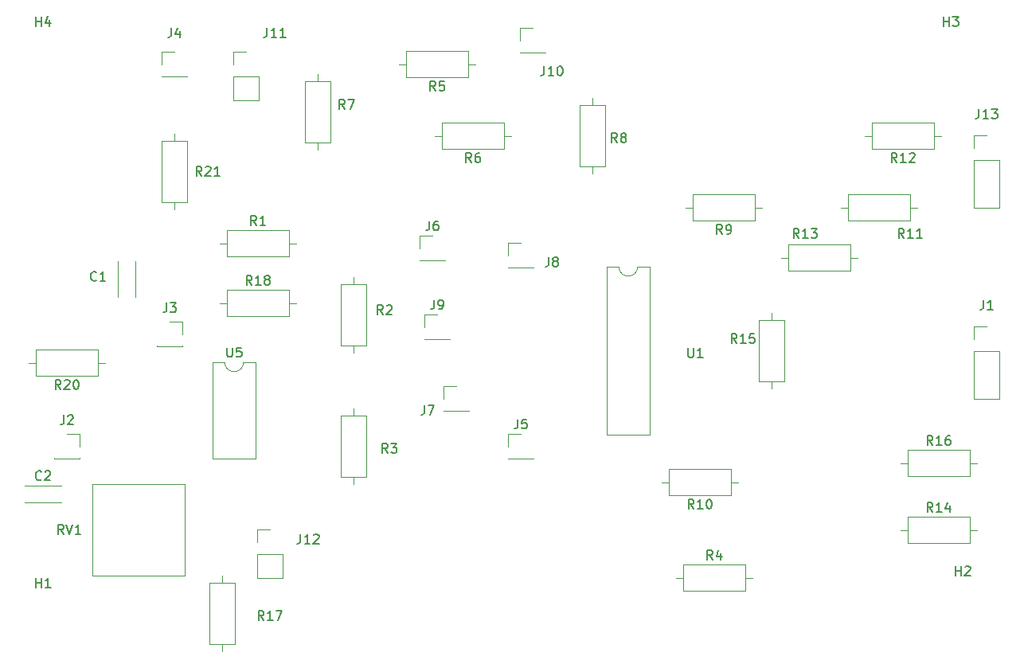
<source format=gbr>
%TF.GenerationSoftware,KiCad,Pcbnew,(5.1.6)-1*%
%TF.CreationDate,2021-02-25T22:42:19-08:00*%
%TF.ProjectId,KiCAD Schematic and PCB - Quick Design Example and Build,4b694341-4420-4536-9368-656d61746963,rev?*%
%TF.SameCoordinates,Original*%
%TF.FileFunction,Legend,Top*%
%TF.FilePolarity,Positive*%
%FSLAX46Y46*%
G04 Gerber Fmt 4.6, Leading zero omitted, Abs format (unit mm)*
G04 Created by KiCad (PCBNEW (5.1.6)-1) date 2021-02-25 22:42:19*
%MOMM*%
%LPD*%
G01*
G04 APERTURE LIST*
%ADD10C,0.120000*%
%ADD11C,0.150000*%
G04 APERTURE END LIST*
D10*
%TO.C,U5*%
X155920000Y-78680000D02*
X154670000Y-78680000D01*
X155920000Y-88960000D02*
X155920000Y-78680000D01*
X151420000Y-88960000D02*
X155920000Y-88960000D01*
X151420000Y-78680000D02*
X151420000Y-88960000D01*
X152670000Y-78680000D02*
X151420000Y-78680000D01*
X154670000Y-78680000D02*
G75*
G02*
X152670000Y-78680000I-1000000J0D01*
G01*
%TO.C,J13*%
X232350000Y-54550000D02*
X233680000Y-54550000D01*
X232350000Y-55880000D02*
X232350000Y-54550000D01*
X232350000Y-57150000D02*
X235010000Y-57150000D01*
X235010000Y-57150000D02*
X235010000Y-62290000D01*
X232350000Y-57150000D02*
X232350000Y-62290000D01*
X232350000Y-62290000D02*
X235010000Y-62290000D01*
%TO.C,R1*%
X160250000Y-66040000D02*
X159480000Y-66040000D01*
X152170000Y-66040000D02*
X152940000Y-66040000D01*
X159480000Y-64670000D02*
X152940000Y-64670000D01*
X159480000Y-67410000D02*
X159480000Y-64670000D01*
X152940000Y-67410000D02*
X159480000Y-67410000D01*
X152940000Y-64670000D02*
X152940000Y-67410000D01*
%TO.C,C1*%
X143160000Y-71770000D02*
X143160000Y-67930000D01*
X141320000Y-71770000D02*
X141320000Y-67930000D01*
%TO.C,J1*%
X232350000Y-82610000D02*
X235010000Y-82610000D01*
X232350000Y-77470000D02*
X232350000Y-82610000D01*
X235010000Y-77470000D02*
X235010000Y-82610000D01*
X232350000Y-77470000D02*
X235010000Y-77470000D01*
X232350000Y-76200000D02*
X232350000Y-74870000D01*
X232350000Y-74870000D02*
X233680000Y-74870000D01*
%TO.C,J2*%
X135890000Y-86300000D02*
X137220000Y-86300000D01*
X137220000Y-86300000D02*
X137220000Y-87630000D01*
X137220000Y-88840000D02*
X137220000Y-88960000D01*
X134560000Y-88840000D02*
X134560000Y-88960000D01*
X134560000Y-88960000D02*
X137220000Y-88960000D01*
%TO.C,J3*%
X145482000Y-77022000D02*
X148142000Y-77022000D01*
X145482000Y-76902000D02*
X145482000Y-77022000D01*
X148142000Y-76902000D02*
X148142000Y-77022000D01*
X148142000Y-74362000D02*
X148142000Y-75692000D01*
X146812000Y-74362000D02*
X148142000Y-74362000D01*
%TO.C,J4*%
X145990000Y-45660000D02*
X147320000Y-45660000D01*
X145990000Y-46990000D02*
X145990000Y-45660000D01*
X145990000Y-48260000D02*
X148650000Y-48260000D01*
X148650000Y-48260000D02*
X148650000Y-48320000D01*
X145990000Y-48260000D02*
X145990000Y-48320000D01*
X145990000Y-48320000D02*
X148650000Y-48320000D01*
%TO.C,J5*%
X182820000Y-86300000D02*
X184150000Y-86300000D01*
X182820000Y-87630000D02*
X182820000Y-86300000D01*
X182820000Y-88900000D02*
X185480000Y-88900000D01*
X185480000Y-88900000D02*
X185480000Y-88960000D01*
X182820000Y-88900000D02*
X182820000Y-88960000D01*
X182820000Y-88960000D02*
X185480000Y-88960000D01*
%TO.C,J6*%
X173422000Y-67878000D02*
X176082000Y-67878000D01*
X173422000Y-67818000D02*
X173422000Y-67878000D01*
X176082000Y-67818000D02*
X176082000Y-67878000D01*
X173422000Y-67818000D02*
X176082000Y-67818000D01*
X173422000Y-66548000D02*
X173422000Y-65218000D01*
X173422000Y-65218000D02*
X174752000Y-65218000D01*
%TO.C,J7*%
X175962000Y-83880000D02*
X178622000Y-83880000D01*
X175962000Y-83820000D02*
X175962000Y-83880000D01*
X178622000Y-83820000D02*
X178622000Y-83880000D01*
X175962000Y-83820000D02*
X178622000Y-83820000D01*
X175962000Y-82550000D02*
X175962000Y-81220000D01*
X175962000Y-81220000D02*
X177292000Y-81220000D01*
%TO.C,J8*%
X182820000Y-65980000D02*
X184150000Y-65980000D01*
X182820000Y-67310000D02*
X182820000Y-65980000D01*
X182820000Y-68580000D02*
X185480000Y-68580000D01*
X185480000Y-68580000D02*
X185480000Y-68640000D01*
X182820000Y-68580000D02*
X182820000Y-68640000D01*
X182820000Y-68640000D02*
X185480000Y-68640000D01*
%TO.C,J9*%
X173930000Y-73600000D02*
X175260000Y-73600000D01*
X173930000Y-74930000D02*
X173930000Y-73600000D01*
X173930000Y-76200000D02*
X176590000Y-76200000D01*
X176590000Y-76200000D02*
X176590000Y-76260000D01*
X173930000Y-76200000D02*
X173930000Y-76260000D01*
X173930000Y-76260000D02*
X176590000Y-76260000D01*
%TO.C,J10*%
X184090000Y-45780000D02*
X186750000Y-45780000D01*
X184090000Y-45720000D02*
X184090000Y-45780000D01*
X186750000Y-45720000D02*
X186750000Y-45780000D01*
X184090000Y-45720000D02*
X186750000Y-45720000D01*
X184090000Y-44450000D02*
X184090000Y-43120000D01*
X184090000Y-43120000D02*
X185420000Y-43120000D01*
%TO.C,J11*%
X153610000Y-45660000D02*
X154940000Y-45660000D01*
X153610000Y-46990000D02*
X153610000Y-45660000D01*
X153610000Y-48260000D02*
X156270000Y-48260000D01*
X156270000Y-48260000D02*
X156270000Y-50860000D01*
X153610000Y-48260000D02*
X153610000Y-50860000D01*
X153610000Y-50860000D02*
X156270000Y-50860000D01*
%TO.C,J12*%
X156150000Y-101660000D02*
X158810000Y-101660000D01*
X156150000Y-99060000D02*
X156150000Y-101660000D01*
X158810000Y-99060000D02*
X158810000Y-101660000D01*
X156150000Y-99060000D02*
X158810000Y-99060000D01*
X156150000Y-97790000D02*
X156150000Y-96460000D01*
X156150000Y-96460000D02*
X157480000Y-96460000D01*
%TO.C,R2*%
X166370000Y-77700000D02*
X166370000Y-76930000D01*
X166370000Y-69620000D02*
X166370000Y-70390000D01*
X167740000Y-76930000D02*
X167740000Y-70390000D01*
X165000000Y-76930000D02*
X167740000Y-76930000D01*
X165000000Y-70390000D02*
X165000000Y-76930000D01*
X167740000Y-70390000D02*
X165000000Y-70390000D01*
%TO.C,R3*%
X167740000Y-84360000D02*
X165000000Y-84360000D01*
X165000000Y-84360000D02*
X165000000Y-90900000D01*
X165000000Y-90900000D02*
X167740000Y-90900000D01*
X167740000Y-90900000D02*
X167740000Y-84360000D01*
X166370000Y-83590000D02*
X166370000Y-84360000D01*
X166370000Y-91670000D02*
X166370000Y-90900000D01*
%TO.C,R4*%
X208764000Y-101600000D02*
X207994000Y-101600000D01*
X200684000Y-101600000D02*
X201454000Y-101600000D01*
X207994000Y-100230000D02*
X201454000Y-100230000D01*
X207994000Y-102970000D02*
X207994000Y-100230000D01*
X201454000Y-102970000D02*
X207994000Y-102970000D01*
X201454000Y-100230000D02*
X201454000Y-102970000D01*
%TO.C,R5*%
X178530000Y-48360000D02*
X178530000Y-45620000D01*
X178530000Y-45620000D02*
X171990000Y-45620000D01*
X171990000Y-45620000D02*
X171990000Y-48360000D01*
X171990000Y-48360000D02*
X178530000Y-48360000D01*
X179300000Y-46990000D02*
X178530000Y-46990000D01*
X171220000Y-46990000D02*
X171990000Y-46990000D01*
%TO.C,R6*%
X182340000Y-55980000D02*
X182340000Y-53240000D01*
X182340000Y-53240000D02*
X175800000Y-53240000D01*
X175800000Y-53240000D02*
X175800000Y-55980000D01*
X175800000Y-55980000D02*
X182340000Y-55980000D01*
X183110000Y-54610000D02*
X182340000Y-54610000D01*
X175030000Y-54610000D02*
X175800000Y-54610000D01*
%TO.C,R7*%
X161190000Y-55340000D02*
X163930000Y-55340000D01*
X163930000Y-55340000D02*
X163930000Y-48800000D01*
X163930000Y-48800000D02*
X161190000Y-48800000D01*
X161190000Y-48800000D02*
X161190000Y-55340000D01*
X162560000Y-56110000D02*
X162560000Y-55340000D01*
X162560000Y-48030000D02*
X162560000Y-48800000D01*
%TO.C,R8*%
X191770000Y-50570000D02*
X191770000Y-51340000D01*
X191770000Y-58650000D02*
X191770000Y-57880000D01*
X190400000Y-51340000D02*
X190400000Y-57880000D01*
X193140000Y-51340000D02*
X190400000Y-51340000D01*
X193140000Y-57880000D02*
X193140000Y-51340000D01*
X190400000Y-57880000D02*
X193140000Y-57880000D01*
%TO.C,R9*%
X201700000Y-62230000D02*
X202470000Y-62230000D01*
X209780000Y-62230000D02*
X209010000Y-62230000D01*
X202470000Y-63600000D02*
X209010000Y-63600000D01*
X202470000Y-60860000D02*
X202470000Y-63600000D01*
X209010000Y-60860000D02*
X202470000Y-60860000D01*
X209010000Y-63600000D02*
X209010000Y-60860000D01*
%TO.C,R10*%
X206470000Y-92810000D02*
X206470000Y-90070000D01*
X206470000Y-90070000D02*
X199930000Y-90070000D01*
X199930000Y-90070000D02*
X199930000Y-92810000D01*
X199930000Y-92810000D02*
X206470000Y-92810000D01*
X207240000Y-91440000D02*
X206470000Y-91440000D01*
X199160000Y-91440000D02*
X199930000Y-91440000D01*
%TO.C,R11*%
X218210000Y-62230000D02*
X218980000Y-62230000D01*
X226290000Y-62230000D02*
X225520000Y-62230000D01*
X218980000Y-63600000D02*
X225520000Y-63600000D01*
X218980000Y-60860000D02*
X218980000Y-63600000D01*
X225520000Y-60860000D02*
X218980000Y-60860000D01*
X225520000Y-63600000D02*
X225520000Y-60860000D01*
%TO.C,R12*%
X228060000Y-55980000D02*
X228060000Y-53240000D01*
X228060000Y-53240000D02*
X221520000Y-53240000D01*
X221520000Y-53240000D02*
X221520000Y-55980000D01*
X221520000Y-55980000D02*
X228060000Y-55980000D01*
X228830000Y-54610000D02*
X228060000Y-54610000D01*
X220750000Y-54610000D02*
X221520000Y-54610000D01*
%TO.C,R13*%
X219940000Y-67564000D02*
X219170000Y-67564000D01*
X211860000Y-67564000D02*
X212630000Y-67564000D01*
X219170000Y-66194000D02*
X212630000Y-66194000D01*
X219170000Y-68934000D02*
X219170000Y-66194000D01*
X212630000Y-68934000D02*
X219170000Y-68934000D01*
X212630000Y-66194000D02*
X212630000Y-68934000D01*
%TO.C,R14*%
X225330000Y-95150000D02*
X225330000Y-97890000D01*
X225330000Y-97890000D02*
X231870000Y-97890000D01*
X231870000Y-97890000D02*
X231870000Y-95150000D01*
X231870000Y-95150000D02*
X225330000Y-95150000D01*
X224560000Y-96520000D02*
X225330000Y-96520000D01*
X232640000Y-96520000D02*
X231870000Y-96520000D01*
%TO.C,R15*%
X210820000Y-73430000D02*
X210820000Y-74200000D01*
X210820000Y-81510000D02*
X210820000Y-80740000D01*
X209450000Y-74200000D02*
X209450000Y-80740000D01*
X212190000Y-74200000D02*
X209450000Y-74200000D01*
X212190000Y-80740000D02*
X212190000Y-74200000D01*
X209450000Y-80740000D02*
X212190000Y-80740000D01*
%TO.C,R16*%
X225330000Y-88038000D02*
X225330000Y-90778000D01*
X225330000Y-90778000D02*
X231870000Y-90778000D01*
X231870000Y-90778000D02*
X231870000Y-88038000D01*
X231870000Y-88038000D02*
X225330000Y-88038000D01*
X224560000Y-89408000D02*
X225330000Y-89408000D01*
X232640000Y-89408000D02*
X231870000Y-89408000D01*
%TO.C,R17*%
X153770000Y-102140000D02*
X151030000Y-102140000D01*
X151030000Y-102140000D02*
X151030000Y-108680000D01*
X151030000Y-108680000D02*
X153770000Y-108680000D01*
X153770000Y-108680000D02*
X153770000Y-102140000D01*
X152400000Y-101370000D02*
X152400000Y-102140000D01*
X152400000Y-109450000D02*
X152400000Y-108680000D01*
%TO.C,R18*%
X160250000Y-72390000D02*
X159480000Y-72390000D01*
X152170000Y-72390000D02*
X152940000Y-72390000D01*
X159480000Y-71020000D02*
X152940000Y-71020000D01*
X159480000Y-73760000D02*
X159480000Y-71020000D01*
X152940000Y-73760000D02*
X159480000Y-73760000D01*
X152940000Y-71020000D02*
X152940000Y-73760000D01*
%TO.C,R20*%
X131850000Y-78740000D02*
X132620000Y-78740000D01*
X139930000Y-78740000D02*
X139160000Y-78740000D01*
X132620000Y-80110000D02*
X139160000Y-80110000D01*
X132620000Y-77370000D02*
X132620000Y-80110000D01*
X139160000Y-77370000D02*
X132620000Y-77370000D01*
X139160000Y-80110000D02*
X139160000Y-77370000D01*
%TO.C,R21*%
X148690000Y-55150000D02*
X145950000Y-55150000D01*
X145950000Y-55150000D02*
X145950000Y-61690000D01*
X145950000Y-61690000D02*
X148690000Y-61690000D01*
X148690000Y-61690000D02*
X148690000Y-55150000D01*
X147320000Y-54380000D02*
X147320000Y-55150000D01*
X147320000Y-62460000D02*
X147320000Y-61690000D01*
%TO.C,RV1*%
X138625000Y-91650000D02*
X148395000Y-91650000D01*
X138625000Y-101420000D02*
X148395000Y-101420000D01*
X148395000Y-101420000D02*
X148395000Y-91650000D01*
X138625000Y-101420000D02*
X138625000Y-91650000D01*
%TO.C,U1*%
X197830000Y-68520000D02*
X196580000Y-68520000D01*
X197830000Y-86420000D02*
X197830000Y-68520000D01*
X193330000Y-86420000D02*
X197830000Y-86420000D01*
X193330000Y-68520000D02*
X193330000Y-86420000D01*
X194580000Y-68520000D02*
X193330000Y-68520000D01*
X196580000Y-68520000D02*
G75*
G02*
X194580000Y-68520000I-1000000J0D01*
G01*
%TO.C,C2*%
X131430000Y-91790000D02*
X135270000Y-91790000D01*
X131430000Y-93630000D02*
X135270000Y-93630000D01*
%TO.C,U5*%
D11*
X152908095Y-77132380D02*
X152908095Y-77941904D01*
X152955714Y-78037142D01*
X153003333Y-78084761D01*
X153098571Y-78132380D01*
X153289047Y-78132380D01*
X153384285Y-78084761D01*
X153431904Y-78037142D01*
X153479523Y-77941904D01*
X153479523Y-77132380D01*
X154431904Y-77132380D02*
X153955714Y-77132380D01*
X153908095Y-77608571D01*
X153955714Y-77560952D01*
X154050952Y-77513333D01*
X154289047Y-77513333D01*
X154384285Y-77560952D01*
X154431904Y-77608571D01*
X154479523Y-77703809D01*
X154479523Y-77941904D01*
X154431904Y-78037142D01*
X154384285Y-78084761D01*
X154289047Y-78132380D01*
X154050952Y-78132380D01*
X153955714Y-78084761D01*
X153908095Y-78037142D01*
%TO.C,J13*%
X232870476Y-51776380D02*
X232870476Y-52490666D01*
X232822857Y-52633523D01*
X232727619Y-52728761D01*
X232584761Y-52776380D01*
X232489523Y-52776380D01*
X233870476Y-52776380D02*
X233299047Y-52776380D01*
X233584761Y-52776380D02*
X233584761Y-51776380D01*
X233489523Y-51919238D01*
X233394285Y-52014476D01*
X233299047Y-52062095D01*
X234203809Y-51776380D02*
X234822857Y-51776380D01*
X234489523Y-52157333D01*
X234632380Y-52157333D01*
X234727619Y-52204952D01*
X234775238Y-52252571D01*
X234822857Y-52347809D01*
X234822857Y-52585904D01*
X234775238Y-52681142D01*
X234727619Y-52728761D01*
X234632380Y-52776380D01*
X234346666Y-52776380D01*
X234251428Y-52728761D01*
X234203809Y-52681142D01*
%TO.C,R1*%
X156043333Y-64122380D02*
X155710000Y-63646190D01*
X155471904Y-64122380D02*
X155471904Y-63122380D01*
X155852857Y-63122380D01*
X155948095Y-63170000D01*
X155995714Y-63217619D01*
X156043333Y-63312857D01*
X156043333Y-63455714D01*
X155995714Y-63550952D01*
X155948095Y-63598571D01*
X155852857Y-63646190D01*
X155471904Y-63646190D01*
X156995714Y-64122380D02*
X156424285Y-64122380D01*
X156710000Y-64122380D02*
X156710000Y-63122380D01*
X156614761Y-63265238D01*
X156519523Y-63360476D01*
X156424285Y-63408095D01*
%TO.C,C1*%
X139025333Y-69953142D02*
X138977714Y-70000761D01*
X138834857Y-70048380D01*
X138739619Y-70048380D01*
X138596761Y-70000761D01*
X138501523Y-69905523D01*
X138453904Y-69810285D01*
X138406285Y-69619809D01*
X138406285Y-69476952D01*
X138453904Y-69286476D01*
X138501523Y-69191238D01*
X138596761Y-69096000D01*
X138739619Y-69048380D01*
X138834857Y-69048380D01*
X138977714Y-69096000D01*
X139025333Y-69143619D01*
X139977714Y-70048380D02*
X139406285Y-70048380D01*
X139692000Y-70048380D02*
X139692000Y-69048380D01*
X139596761Y-69191238D01*
X139501523Y-69286476D01*
X139406285Y-69334095D01*
%TO.C,J1*%
X233346666Y-72096380D02*
X233346666Y-72810666D01*
X233299047Y-72953523D01*
X233203809Y-73048761D01*
X233060952Y-73096380D01*
X232965714Y-73096380D01*
X234346666Y-73096380D02*
X233775238Y-73096380D01*
X234060952Y-73096380D02*
X234060952Y-72096380D01*
X233965714Y-72239238D01*
X233870476Y-72334476D01*
X233775238Y-72382095D01*
%TO.C,J2*%
X135556666Y-84312380D02*
X135556666Y-85026666D01*
X135509047Y-85169523D01*
X135413809Y-85264761D01*
X135270952Y-85312380D01*
X135175714Y-85312380D01*
X135985238Y-84407619D02*
X136032857Y-84360000D01*
X136128095Y-84312380D01*
X136366190Y-84312380D01*
X136461428Y-84360000D01*
X136509047Y-84407619D01*
X136556666Y-84502857D01*
X136556666Y-84598095D01*
X136509047Y-84740952D01*
X135937619Y-85312380D01*
X136556666Y-85312380D01*
%TO.C,J3*%
X146478666Y-72374380D02*
X146478666Y-73088666D01*
X146431047Y-73231523D01*
X146335809Y-73326761D01*
X146192952Y-73374380D01*
X146097714Y-73374380D01*
X146859619Y-72374380D02*
X147478666Y-72374380D01*
X147145333Y-72755333D01*
X147288190Y-72755333D01*
X147383428Y-72802952D01*
X147431047Y-72850571D01*
X147478666Y-72945809D01*
X147478666Y-73183904D01*
X147431047Y-73279142D01*
X147383428Y-73326761D01*
X147288190Y-73374380D01*
X147002476Y-73374380D01*
X146907238Y-73326761D01*
X146859619Y-73279142D01*
%TO.C,J4*%
X146986666Y-43140380D02*
X146986666Y-43854666D01*
X146939047Y-43997523D01*
X146843809Y-44092761D01*
X146700952Y-44140380D01*
X146605714Y-44140380D01*
X147891428Y-43473714D02*
X147891428Y-44140380D01*
X147653333Y-43092761D02*
X147415238Y-43807047D01*
X148034285Y-43807047D01*
%TO.C,J5*%
X183816666Y-84752380D02*
X183816666Y-85466666D01*
X183769047Y-85609523D01*
X183673809Y-85704761D01*
X183530952Y-85752380D01*
X183435714Y-85752380D01*
X184769047Y-84752380D02*
X184292857Y-84752380D01*
X184245238Y-85228571D01*
X184292857Y-85180952D01*
X184388095Y-85133333D01*
X184626190Y-85133333D01*
X184721428Y-85180952D01*
X184769047Y-85228571D01*
X184816666Y-85323809D01*
X184816666Y-85561904D01*
X184769047Y-85657142D01*
X184721428Y-85704761D01*
X184626190Y-85752380D01*
X184388095Y-85752380D01*
X184292857Y-85704761D01*
X184245238Y-85657142D01*
%TO.C,J6*%
X174418666Y-63670380D02*
X174418666Y-64384666D01*
X174371047Y-64527523D01*
X174275809Y-64622761D01*
X174132952Y-64670380D01*
X174037714Y-64670380D01*
X175323428Y-63670380D02*
X175132952Y-63670380D01*
X175037714Y-63718000D01*
X174990095Y-63765619D01*
X174894857Y-63908476D01*
X174847238Y-64098952D01*
X174847238Y-64479904D01*
X174894857Y-64575142D01*
X174942476Y-64622761D01*
X175037714Y-64670380D01*
X175228190Y-64670380D01*
X175323428Y-64622761D01*
X175371047Y-64575142D01*
X175418666Y-64479904D01*
X175418666Y-64241809D01*
X175371047Y-64146571D01*
X175323428Y-64098952D01*
X175228190Y-64051333D01*
X175037714Y-64051333D01*
X174942476Y-64098952D01*
X174894857Y-64146571D01*
X174847238Y-64241809D01*
%TO.C,J7*%
X173910666Y-83272380D02*
X173910666Y-83986666D01*
X173863047Y-84129523D01*
X173767809Y-84224761D01*
X173624952Y-84272380D01*
X173529714Y-84272380D01*
X174291619Y-83272380D02*
X174958285Y-83272380D01*
X174529714Y-84272380D01*
%TO.C,J8*%
X187118666Y-67524380D02*
X187118666Y-68238666D01*
X187071047Y-68381523D01*
X186975809Y-68476761D01*
X186832952Y-68524380D01*
X186737714Y-68524380D01*
X187737714Y-67952952D02*
X187642476Y-67905333D01*
X187594857Y-67857714D01*
X187547238Y-67762476D01*
X187547238Y-67714857D01*
X187594857Y-67619619D01*
X187642476Y-67572000D01*
X187737714Y-67524380D01*
X187928190Y-67524380D01*
X188023428Y-67572000D01*
X188071047Y-67619619D01*
X188118666Y-67714857D01*
X188118666Y-67762476D01*
X188071047Y-67857714D01*
X188023428Y-67905333D01*
X187928190Y-67952952D01*
X187737714Y-67952952D01*
X187642476Y-68000571D01*
X187594857Y-68048190D01*
X187547238Y-68143428D01*
X187547238Y-68333904D01*
X187594857Y-68429142D01*
X187642476Y-68476761D01*
X187737714Y-68524380D01*
X187928190Y-68524380D01*
X188023428Y-68476761D01*
X188071047Y-68429142D01*
X188118666Y-68333904D01*
X188118666Y-68143428D01*
X188071047Y-68048190D01*
X188023428Y-68000571D01*
X187928190Y-67952952D01*
%TO.C,J9*%
X174926666Y-72052380D02*
X174926666Y-72766666D01*
X174879047Y-72909523D01*
X174783809Y-73004761D01*
X174640952Y-73052380D01*
X174545714Y-73052380D01*
X175450476Y-73052380D02*
X175640952Y-73052380D01*
X175736190Y-73004761D01*
X175783809Y-72957142D01*
X175879047Y-72814285D01*
X175926666Y-72623809D01*
X175926666Y-72242857D01*
X175879047Y-72147619D01*
X175831428Y-72100000D01*
X175736190Y-72052380D01*
X175545714Y-72052380D01*
X175450476Y-72100000D01*
X175402857Y-72147619D01*
X175355238Y-72242857D01*
X175355238Y-72480952D01*
X175402857Y-72576190D01*
X175450476Y-72623809D01*
X175545714Y-72671428D01*
X175736190Y-72671428D01*
X175831428Y-72623809D01*
X175879047Y-72576190D01*
X175926666Y-72480952D01*
%TO.C,J10*%
X186642476Y-47204380D02*
X186642476Y-47918666D01*
X186594857Y-48061523D01*
X186499619Y-48156761D01*
X186356761Y-48204380D01*
X186261523Y-48204380D01*
X187642476Y-48204380D02*
X187071047Y-48204380D01*
X187356761Y-48204380D02*
X187356761Y-47204380D01*
X187261523Y-47347238D01*
X187166285Y-47442476D01*
X187071047Y-47490095D01*
X188261523Y-47204380D02*
X188356761Y-47204380D01*
X188452000Y-47252000D01*
X188499619Y-47299619D01*
X188547238Y-47394857D01*
X188594857Y-47585333D01*
X188594857Y-47823428D01*
X188547238Y-48013904D01*
X188499619Y-48109142D01*
X188452000Y-48156761D01*
X188356761Y-48204380D01*
X188261523Y-48204380D01*
X188166285Y-48156761D01*
X188118666Y-48109142D01*
X188071047Y-48013904D01*
X188023428Y-47823428D01*
X188023428Y-47585333D01*
X188071047Y-47394857D01*
X188118666Y-47299619D01*
X188166285Y-47252000D01*
X188261523Y-47204380D01*
%TO.C,J11*%
X157178476Y-43140380D02*
X157178476Y-43854666D01*
X157130857Y-43997523D01*
X157035619Y-44092761D01*
X156892761Y-44140380D01*
X156797523Y-44140380D01*
X158178476Y-44140380D02*
X157607047Y-44140380D01*
X157892761Y-44140380D02*
X157892761Y-43140380D01*
X157797523Y-43283238D01*
X157702285Y-43378476D01*
X157607047Y-43426095D01*
X159130857Y-44140380D02*
X158559428Y-44140380D01*
X158845142Y-44140380D02*
X158845142Y-43140380D01*
X158749904Y-43283238D01*
X158654666Y-43378476D01*
X158559428Y-43426095D01*
%TO.C,J12*%
X160734476Y-96988380D02*
X160734476Y-97702666D01*
X160686857Y-97845523D01*
X160591619Y-97940761D01*
X160448761Y-97988380D01*
X160353523Y-97988380D01*
X161734476Y-97988380D02*
X161163047Y-97988380D01*
X161448761Y-97988380D02*
X161448761Y-96988380D01*
X161353523Y-97131238D01*
X161258285Y-97226476D01*
X161163047Y-97274095D01*
X162115428Y-97083619D02*
X162163047Y-97036000D01*
X162258285Y-96988380D01*
X162496380Y-96988380D01*
X162591619Y-97036000D01*
X162639238Y-97083619D01*
X162686857Y-97178857D01*
X162686857Y-97274095D01*
X162639238Y-97416952D01*
X162067809Y-97988380D01*
X162686857Y-97988380D01*
%TO.C,R2*%
X169505333Y-73604380D02*
X169172000Y-73128190D01*
X168933904Y-73604380D02*
X168933904Y-72604380D01*
X169314857Y-72604380D01*
X169410095Y-72652000D01*
X169457714Y-72699619D01*
X169505333Y-72794857D01*
X169505333Y-72937714D01*
X169457714Y-73032952D01*
X169410095Y-73080571D01*
X169314857Y-73128190D01*
X168933904Y-73128190D01*
X169886285Y-72699619D02*
X169933904Y-72652000D01*
X170029142Y-72604380D01*
X170267238Y-72604380D01*
X170362476Y-72652000D01*
X170410095Y-72699619D01*
X170457714Y-72794857D01*
X170457714Y-72890095D01*
X170410095Y-73032952D01*
X169838666Y-73604380D01*
X170457714Y-73604380D01*
%TO.C,R3*%
X170013333Y-88336380D02*
X169680000Y-87860190D01*
X169441904Y-88336380D02*
X169441904Y-87336380D01*
X169822857Y-87336380D01*
X169918095Y-87384000D01*
X169965714Y-87431619D01*
X170013333Y-87526857D01*
X170013333Y-87669714D01*
X169965714Y-87764952D01*
X169918095Y-87812571D01*
X169822857Y-87860190D01*
X169441904Y-87860190D01*
X170346666Y-87336380D02*
X170965714Y-87336380D01*
X170632380Y-87717333D01*
X170775238Y-87717333D01*
X170870476Y-87764952D01*
X170918095Y-87812571D01*
X170965714Y-87907809D01*
X170965714Y-88145904D01*
X170918095Y-88241142D01*
X170870476Y-88288761D01*
X170775238Y-88336380D01*
X170489523Y-88336380D01*
X170394285Y-88288761D01*
X170346666Y-88241142D01*
%TO.C,R4*%
X204557333Y-99682380D02*
X204224000Y-99206190D01*
X203985904Y-99682380D02*
X203985904Y-98682380D01*
X204366857Y-98682380D01*
X204462095Y-98730000D01*
X204509714Y-98777619D01*
X204557333Y-98872857D01*
X204557333Y-99015714D01*
X204509714Y-99110952D01*
X204462095Y-99158571D01*
X204366857Y-99206190D01*
X203985904Y-99206190D01*
X205414476Y-99015714D02*
X205414476Y-99682380D01*
X205176380Y-98634761D02*
X204938285Y-99349047D01*
X205557333Y-99349047D01*
%TO.C,R5*%
X175093333Y-49812380D02*
X174760000Y-49336190D01*
X174521904Y-49812380D02*
X174521904Y-48812380D01*
X174902857Y-48812380D01*
X174998095Y-48860000D01*
X175045714Y-48907619D01*
X175093333Y-49002857D01*
X175093333Y-49145714D01*
X175045714Y-49240952D01*
X174998095Y-49288571D01*
X174902857Y-49336190D01*
X174521904Y-49336190D01*
X175998095Y-48812380D02*
X175521904Y-48812380D01*
X175474285Y-49288571D01*
X175521904Y-49240952D01*
X175617142Y-49193333D01*
X175855238Y-49193333D01*
X175950476Y-49240952D01*
X175998095Y-49288571D01*
X176045714Y-49383809D01*
X176045714Y-49621904D01*
X175998095Y-49717142D01*
X175950476Y-49764761D01*
X175855238Y-49812380D01*
X175617142Y-49812380D01*
X175521904Y-49764761D01*
X175474285Y-49717142D01*
%TO.C,R6*%
X178903333Y-57432380D02*
X178570000Y-56956190D01*
X178331904Y-57432380D02*
X178331904Y-56432380D01*
X178712857Y-56432380D01*
X178808095Y-56480000D01*
X178855714Y-56527619D01*
X178903333Y-56622857D01*
X178903333Y-56765714D01*
X178855714Y-56860952D01*
X178808095Y-56908571D01*
X178712857Y-56956190D01*
X178331904Y-56956190D01*
X179760476Y-56432380D02*
X179570000Y-56432380D01*
X179474761Y-56480000D01*
X179427142Y-56527619D01*
X179331904Y-56670476D01*
X179284285Y-56860952D01*
X179284285Y-57241904D01*
X179331904Y-57337142D01*
X179379523Y-57384761D01*
X179474761Y-57432380D01*
X179665238Y-57432380D01*
X179760476Y-57384761D01*
X179808095Y-57337142D01*
X179855714Y-57241904D01*
X179855714Y-57003809D01*
X179808095Y-56908571D01*
X179760476Y-56860952D01*
X179665238Y-56813333D01*
X179474761Y-56813333D01*
X179379523Y-56860952D01*
X179331904Y-56908571D01*
X179284285Y-57003809D01*
%TO.C,R7*%
X165441333Y-51760380D02*
X165108000Y-51284190D01*
X164869904Y-51760380D02*
X164869904Y-50760380D01*
X165250857Y-50760380D01*
X165346095Y-50808000D01*
X165393714Y-50855619D01*
X165441333Y-50950857D01*
X165441333Y-51093714D01*
X165393714Y-51188952D01*
X165346095Y-51236571D01*
X165250857Y-51284190D01*
X164869904Y-51284190D01*
X165774666Y-50760380D02*
X166441333Y-50760380D01*
X166012761Y-51760380D01*
%TO.C,R8*%
X194397333Y-55316380D02*
X194064000Y-54840190D01*
X193825904Y-55316380D02*
X193825904Y-54316380D01*
X194206857Y-54316380D01*
X194302095Y-54364000D01*
X194349714Y-54411619D01*
X194397333Y-54506857D01*
X194397333Y-54649714D01*
X194349714Y-54744952D01*
X194302095Y-54792571D01*
X194206857Y-54840190D01*
X193825904Y-54840190D01*
X194968761Y-54744952D02*
X194873523Y-54697333D01*
X194825904Y-54649714D01*
X194778285Y-54554476D01*
X194778285Y-54506857D01*
X194825904Y-54411619D01*
X194873523Y-54364000D01*
X194968761Y-54316380D01*
X195159238Y-54316380D01*
X195254476Y-54364000D01*
X195302095Y-54411619D01*
X195349714Y-54506857D01*
X195349714Y-54554476D01*
X195302095Y-54649714D01*
X195254476Y-54697333D01*
X195159238Y-54744952D01*
X194968761Y-54744952D01*
X194873523Y-54792571D01*
X194825904Y-54840190D01*
X194778285Y-54935428D01*
X194778285Y-55125904D01*
X194825904Y-55221142D01*
X194873523Y-55268761D01*
X194968761Y-55316380D01*
X195159238Y-55316380D01*
X195254476Y-55268761D01*
X195302095Y-55221142D01*
X195349714Y-55125904D01*
X195349714Y-54935428D01*
X195302095Y-54840190D01*
X195254476Y-54792571D01*
X195159238Y-54744952D01*
%TO.C,R9*%
X205573333Y-65052380D02*
X205240000Y-64576190D01*
X205001904Y-65052380D02*
X205001904Y-64052380D01*
X205382857Y-64052380D01*
X205478095Y-64100000D01*
X205525714Y-64147619D01*
X205573333Y-64242857D01*
X205573333Y-64385714D01*
X205525714Y-64480952D01*
X205478095Y-64528571D01*
X205382857Y-64576190D01*
X205001904Y-64576190D01*
X206049523Y-65052380D02*
X206240000Y-65052380D01*
X206335238Y-65004761D01*
X206382857Y-64957142D01*
X206478095Y-64814285D01*
X206525714Y-64623809D01*
X206525714Y-64242857D01*
X206478095Y-64147619D01*
X206430476Y-64100000D01*
X206335238Y-64052380D01*
X206144761Y-64052380D01*
X206049523Y-64100000D01*
X206001904Y-64147619D01*
X205954285Y-64242857D01*
X205954285Y-64480952D01*
X206001904Y-64576190D01*
X206049523Y-64623809D01*
X206144761Y-64671428D01*
X206335238Y-64671428D01*
X206430476Y-64623809D01*
X206478095Y-64576190D01*
X206525714Y-64480952D01*
%TO.C,R10*%
X202557142Y-94262380D02*
X202223809Y-93786190D01*
X201985714Y-94262380D02*
X201985714Y-93262380D01*
X202366666Y-93262380D01*
X202461904Y-93310000D01*
X202509523Y-93357619D01*
X202557142Y-93452857D01*
X202557142Y-93595714D01*
X202509523Y-93690952D01*
X202461904Y-93738571D01*
X202366666Y-93786190D01*
X201985714Y-93786190D01*
X203509523Y-94262380D02*
X202938095Y-94262380D01*
X203223809Y-94262380D02*
X203223809Y-93262380D01*
X203128571Y-93405238D01*
X203033333Y-93500476D01*
X202938095Y-93548095D01*
X204128571Y-93262380D02*
X204223809Y-93262380D01*
X204319047Y-93310000D01*
X204366666Y-93357619D01*
X204414285Y-93452857D01*
X204461904Y-93643333D01*
X204461904Y-93881428D01*
X204414285Y-94071904D01*
X204366666Y-94167142D01*
X204319047Y-94214761D01*
X204223809Y-94262380D01*
X204128571Y-94262380D01*
X204033333Y-94214761D01*
X203985714Y-94167142D01*
X203938095Y-94071904D01*
X203890476Y-93881428D01*
X203890476Y-93643333D01*
X203938095Y-93452857D01*
X203985714Y-93357619D01*
X204033333Y-93310000D01*
X204128571Y-93262380D01*
%TO.C,R11*%
X224909142Y-65476380D02*
X224575809Y-65000190D01*
X224337714Y-65476380D02*
X224337714Y-64476380D01*
X224718666Y-64476380D01*
X224813904Y-64524000D01*
X224861523Y-64571619D01*
X224909142Y-64666857D01*
X224909142Y-64809714D01*
X224861523Y-64904952D01*
X224813904Y-64952571D01*
X224718666Y-65000190D01*
X224337714Y-65000190D01*
X225861523Y-65476380D02*
X225290095Y-65476380D01*
X225575809Y-65476380D02*
X225575809Y-64476380D01*
X225480571Y-64619238D01*
X225385333Y-64714476D01*
X225290095Y-64762095D01*
X226813904Y-65476380D02*
X226242476Y-65476380D01*
X226528190Y-65476380D02*
X226528190Y-64476380D01*
X226432952Y-64619238D01*
X226337714Y-64714476D01*
X226242476Y-64762095D01*
%TO.C,R12*%
X224147142Y-57432380D02*
X223813809Y-56956190D01*
X223575714Y-57432380D02*
X223575714Y-56432380D01*
X223956666Y-56432380D01*
X224051904Y-56480000D01*
X224099523Y-56527619D01*
X224147142Y-56622857D01*
X224147142Y-56765714D01*
X224099523Y-56860952D01*
X224051904Y-56908571D01*
X223956666Y-56956190D01*
X223575714Y-56956190D01*
X225099523Y-57432380D02*
X224528095Y-57432380D01*
X224813809Y-57432380D02*
X224813809Y-56432380D01*
X224718571Y-56575238D01*
X224623333Y-56670476D01*
X224528095Y-56718095D01*
X225480476Y-56527619D02*
X225528095Y-56480000D01*
X225623333Y-56432380D01*
X225861428Y-56432380D01*
X225956666Y-56480000D01*
X226004285Y-56527619D01*
X226051904Y-56622857D01*
X226051904Y-56718095D01*
X226004285Y-56860952D01*
X225432857Y-57432380D01*
X226051904Y-57432380D01*
%TO.C,R13*%
X213733142Y-65476380D02*
X213399809Y-65000190D01*
X213161714Y-65476380D02*
X213161714Y-64476380D01*
X213542666Y-64476380D01*
X213637904Y-64524000D01*
X213685523Y-64571619D01*
X213733142Y-64666857D01*
X213733142Y-64809714D01*
X213685523Y-64904952D01*
X213637904Y-64952571D01*
X213542666Y-65000190D01*
X213161714Y-65000190D01*
X214685523Y-65476380D02*
X214114095Y-65476380D01*
X214399809Y-65476380D02*
X214399809Y-64476380D01*
X214304571Y-64619238D01*
X214209333Y-64714476D01*
X214114095Y-64762095D01*
X215018857Y-64476380D02*
X215637904Y-64476380D01*
X215304571Y-64857333D01*
X215447428Y-64857333D01*
X215542666Y-64904952D01*
X215590285Y-64952571D01*
X215637904Y-65047809D01*
X215637904Y-65285904D01*
X215590285Y-65381142D01*
X215542666Y-65428761D01*
X215447428Y-65476380D01*
X215161714Y-65476380D01*
X215066476Y-65428761D01*
X215018857Y-65381142D01*
%TO.C,R14*%
X227957142Y-94602380D02*
X227623809Y-94126190D01*
X227385714Y-94602380D02*
X227385714Y-93602380D01*
X227766666Y-93602380D01*
X227861904Y-93650000D01*
X227909523Y-93697619D01*
X227957142Y-93792857D01*
X227957142Y-93935714D01*
X227909523Y-94030952D01*
X227861904Y-94078571D01*
X227766666Y-94126190D01*
X227385714Y-94126190D01*
X228909523Y-94602380D02*
X228338095Y-94602380D01*
X228623809Y-94602380D02*
X228623809Y-93602380D01*
X228528571Y-93745238D01*
X228433333Y-93840476D01*
X228338095Y-93888095D01*
X229766666Y-93935714D02*
X229766666Y-94602380D01*
X229528571Y-93554761D02*
X229290476Y-94269047D01*
X229909523Y-94269047D01*
%TO.C,R15*%
X207129142Y-76652380D02*
X206795809Y-76176190D01*
X206557714Y-76652380D02*
X206557714Y-75652380D01*
X206938666Y-75652380D01*
X207033904Y-75700000D01*
X207081523Y-75747619D01*
X207129142Y-75842857D01*
X207129142Y-75985714D01*
X207081523Y-76080952D01*
X207033904Y-76128571D01*
X206938666Y-76176190D01*
X206557714Y-76176190D01*
X208081523Y-76652380D02*
X207510095Y-76652380D01*
X207795809Y-76652380D02*
X207795809Y-75652380D01*
X207700571Y-75795238D01*
X207605333Y-75890476D01*
X207510095Y-75938095D01*
X208986285Y-75652380D02*
X208510095Y-75652380D01*
X208462476Y-76128571D01*
X208510095Y-76080952D01*
X208605333Y-76033333D01*
X208843428Y-76033333D01*
X208938666Y-76080952D01*
X208986285Y-76128571D01*
X209033904Y-76223809D01*
X209033904Y-76461904D01*
X208986285Y-76557142D01*
X208938666Y-76604761D01*
X208843428Y-76652380D01*
X208605333Y-76652380D01*
X208510095Y-76604761D01*
X208462476Y-76557142D01*
%TO.C,R16*%
X227957142Y-87490380D02*
X227623809Y-87014190D01*
X227385714Y-87490380D02*
X227385714Y-86490380D01*
X227766666Y-86490380D01*
X227861904Y-86538000D01*
X227909523Y-86585619D01*
X227957142Y-86680857D01*
X227957142Y-86823714D01*
X227909523Y-86918952D01*
X227861904Y-86966571D01*
X227766666Y-87014190D01*
X227385714Y-87014190D01*
X228909523Y-87490380D02*
X228338095Y-87490380D01*
X228623809Y-87490380D02*
X228623809Y-86490380D01*
X228528571Y-86633238D01*
X228433333Y-86728476D01*
X228338095Y-86776095D01*
X229766666Y-86490380D02*
X229576190Y-86490380D01*
X229480952Y-86538000D01*
X229433333Y-86585619D01*
X229338095Y-86728476D01*
X229290476Y-86918952D01*
X229290476Y-87299904D01*
X229338095Y-87395142D01*
X229385714Y-87442761D01*
X229480952Y-87490380D01*
X229671428Y-87490380D01*
X229766666Y-87442761D01*
X229814285Y-87395142D01*
X229861904Y-87299904D01*
X229861904Y-87061809D01*
X229814285Y-86966571D01*
X229766666Y-86918952D01*
X229671428Y-86871333D01*
X229480952Y-86871333D01*
X229385714Y-86918952D01*
X229338095Y-86966571D01*
X229290476Y-87061809D01*
%TO.C,R17*%
X156837142Y-106116380D02*
X156503809Y-105640190D01*
X156265714Y-106116380D02*
X156265714Y-105116380D01*
X156646666Y-105116380D01*
X156741904Y-105164000D01*
X156789523Y-105211619D01*
X156837142Y-105306857D01*
X156837142Y-105449714D01*
X156789523Y-105544952D01*
X156741904Y-105592571D01*
X156646666Y-105640190D01*
X156265714Y-105640190D01*
X157789523Y-106116380D02*
X157218095Y-106116380D01*
X157503809Y-106116380D02*
X157503809Y-105116380D01*
X157408571Y-105259238D01*
X157313333Y-105354476D01*
X157218095Y-105402095D01*
X158122857Y-105116380D02*
X158789523Y-105116380D01*
X158360952Y-106116380D01*
%TO.C,R18*%
X155567142Y-70472380D02*
X155233809Y-69996190D01*
X154995714Y-70472380D02*
X154995714Y-69472380D01*
X155376666Y-69472380D01*
X155471904Y-69520000D01*
X155519523Y-69567619D01*
X155567142Y-69662857D01*
X155567142Y-69805714D01*
X155519523Y-69900952D01*
X155471904Y-69948571D01*
X155376666Y-69996190D01*
X154995714Y-69996190D01*
X156519523Y-70472380D02*
X155948095Y-70472380D01*
X156233809Y-70472380D02*
X156233809Y-69472380D01*
X156138571Y-69615238D01*
X156043333Y-69710476D01*
X155948095Y-69758095D01*
X157090952Y-69900952D02*
X156995714Y-69853333D01*
X156948095Y-69805714D01*
X156900476Y-69710476D01*
X156900476Y-69662857D01*
X156948095Y-69567619D01*
X156995714Y-69520000D01*
X157090952Y-69472380D01*
X157281428Y-69472380D01*
X157376666Y-69520000D01*
X157424285Y-69567619D01*
X157471904Y-69662857D01*
X157471904Y-69710476D01*
X157424285Y-69805714D01*
X157376666Y-69853333D01*
X157281428Y-69900952D01*
X157090952Y-69900952D01*
X156995714Y-69948571D01*
X156948095Y-69996190D01*
X156900476Y-70091428D01*
X156900476Y-70281904D01*
X156948095Y-70377142D01*
X156995714Y-70424761D01*
X157090952Y-70472380D01*
X157281428Y-70472380D01*
X157376666Y-70424761D01*
X157424285Y-70377142D01*
X157471904Y-70281904D01*
X157471904Y-70091428D01*
X157424285Y-69996190D01*
X157376666Y-69948571D01*
X157281428Y-69900952D01*
%TO.C,R20*%
X135247142Y-81562380D02*
X134913809Y-81086190D01*
X134675714Y-81562380D02*
X134675714Y-80562380D01*
X135056666Y-80562380D01*
X135151904Y-80610000D01*
X135199523Y-80657619D01*
X135247142Y-80752857D01*
X135247142Y-80895714D01*
X135199523Y-80990952D01*
X135151904Y-81038571D01*
X135056666Y-81086190D01*
X134675714Y-81086190D01*
X135628095Y-80657619D02*
X135675714Y-80610000D01*
X135770952Y-80562380D01*
X136009047Y-80562380D01*
X136104285Y-80610000D01*
X136151904Y-80657619D01*
X136199523Y-80752857D01*
X136199523Y-80848095D01*
X136151904Y-80990952D01*
X135580476Y-81562380D01*
X136199523Y-81562380D01*
X136818571Y-80562380D02*
X136913809Y-80562380D01*
X137009047Y-80610000D01*
X137056666Y-80657619D01*
X137104285Y-80752857D01*
X137151904Y-80943333D01*
X137151904Y-81181428D01*
X137104285Y-81371904D01*
X137056666Y-81467142D01*
X137009047Y-81514761D01*
X136913809Y-81562380D01*
X136818571Y-81562380D01*
X136723333Y-81514761D01*
X136675714Y-81467142D01*
X136628095Y-81371904D01*
X136580476Y-81181428D01*
X136580476Y-80943333D01*
X136628095Y-80752857D01*
X136675714Y-80657619D01*
X136723333Y-80610000D01*
X136818571Y-80562380D01*
%TO.C,R21*%
X150233142Y-58872380D02*
X149899809Y-58396190D01*
X149661714Y-58872380D02*
X149661714Y-57872380D01*
X150042666Y-57872380D01*
X150137904Y-57920000D01*
X150185523Y-57967619D01*
X150233142Y-58062857D01*
X150233142Y-58205714D01*
X150185523Y-58300952D01*
X150137904Y-58348571D01*
X150042666Y-58396190D01*
X149661714Y-58396190D01*
X150614095Y-57967619D02*
X150661714Y-57920000D01*
X150756952Y-57872380D01*
X150995047Y-57872380D01*
X151090285Y-57920000D01*
X151137904Y-57967619D01*
X151185523Y-58062857D01*
X151185523Y-58158095D01*
X151137904Y-58300952D01*
X150566476Y-58872380D01*
X151185523Y-58872380D01*
X152137904Y-58872380D02*
X151566476Y-58872380D01*
X151852190Y-58872380D02*
X151852190Y-57872380D01*
X151756952Y-58015238D01*
X151661714Y-58110476D01*
X151566476Y-58158095D01*
%TO.C,RV1*%
X135548761Y-96972380D02*
X135215428Y-96496190D01*
X134977333Y-96972380D02*
X134977333Y-95972380D01*
X135358285Y-95972380D01*
X135453523Y-96020000D01*
X135501142Y-96067619D01*
X135548761Y-96162857D01*
X135548761Y-96305714D01*
X135501142Y-96400952D01*
X135453523Y-96448571D01*
X135358285Y-96496190D01*
X134977333Y-96496190D01*
X135834476Y-95972380D02*
X136167809Y-96972380D01*
X136501142Y-95972380D01*
X137358285Y-96972380D02*
X136786857Y-96972380D01*
X137072571Y-96972380D02*
X137072571Y-95972380D01*
X136977333Y-96115238D01*
X136882095Y-96210476D01*
X136786857Y-96258095D01*
%TO.C,U1*%
X201930095Y-77176380D02*
X201930095Y-77985904D01*
X201977714Y-78081142D01*
X202025333Y-78128761D01*
X202120571Y-78176380D01*
X202311047Y-78176380D01*
X202406285Y-78128761D01*
X202453904Y-78081142D01*
X202501523Y-77985904D01*
X202501523Y-77176380D01*
X203501523Y-78176380D02*
X202930095Y-78176380D01*
X203215809Y-78176380D02*
X203215809Y-77176380D01*
X203120571Y-77319238D01*
X203025333Y-77414476D01*
X202930095Y-77462095D01*
%TO.C,C2*%
X133183333Y-91147142D02*
X133135714Y-91194761D01*
X132992857Y-91242380D01*
X132897619Y-91242380D01*
X132754761Y-91194761D01*
X132659523Y-91099523D01*
X132611904Y-91004285D01*
X132564285Y-90813809D01*
X132564285Y-90670952D01*
X132611904Y-90480476D01*
X132659523Y-90385238D01*
X132754761Y-90290000D01*
X132897619Y-90242380D01*
X132992857Y-90242380D01*
X133135714Y-90290000D01*
X133183333Y-90337619D01*
X133564285Y-90337619D02*
X133611904Y-90290000D01*
X133707142Y-90242380D01*
X133945238Y-90242380D01*
X134040476Y-90290000D01*
X134088095Y-90337619D01*
X134135714Y-90432857D01*
X134135714Y-90528095D01*
X134088095Y-90670952D01*
X133516666Y-91242380D01*
X134135714Y-91242380D01*
%TO.C,H1*%
X132588095Y-102632380D02*
X132588095Y-101632380D01*
X132588095Y-102108571D02*
X133159523Y-102108571D01*
X133159523Y-102632380D02*
X133159523Y-101632380D01*
X134159523Y-102632380D02*
X133588095Y-102632380D01*
X133873809Y-102632380D02*
X133873809Y-101632380D01*
X133778571Y-101775238D01*
X133683333Y-101870476D01*
X133588095Y-101918095D01*
%TO.C,H2*%
X230378095Y-101362380D02*
X230378095Y-100362380D01*
X230378095Y-100838571D02*
X230949523Y-100838571D01*
X230949523Y-101362380D02*
X230949523Y-100362380D01*
X231378095Y-100457619D02*
X231425714Y-100410000D01*
X231520952Y-100362380D01*
X231759047Y-100362380D01*
X231854285Y-100410000D01*
X231901904Y-100457619D01*
X231949523Y-100552857D01*
X231949523Y-100648095D01*
X231901904Y-100790952D01*
X231330476Y-101362380D01*
X231949523Y-101362380D01*
%TO.C,H3*%
X229108095Y-42942380D02*
X229108095Y-41942380D01*
X229108095Y-42418571D02*
X229679523Y-42418571D01*
X229679523Y-42942380D02*
X229679523Y-41942380D01*
X230060476Y-41942380D02*
X230679523Y-41942380D01*
X230346190Y-42323333D01*
X230489047Y-42323333D01*
X230584285Y-42370952D01*
X230631904Y-42418571D01*
X230679523Y-42513809D01*
X230679523Y-42751904D01*
X230631904Y-42847142D01*
X230584285Y-42894761D01*
X230489047Y-42942380D01*
X230203333Y-42942380D01*
X230108095Y-42894761D01*
X230060476Y-42847142D01*
%TO.C,H4*%
X132588095Y-42942380D02*
X132588095Y-41942380D01*
X132588095Y-42418571D02*
X133159523Y-42418571D01*
X133159523Y-42942380D02*
X133159523Y-41942380D01*
X134064285Y-42275714D02*
X134064285Y-42942380D01*
X133826190Y-41894761D02*
X133588095Y-42609047D01*
X134207142Y-42609047D01*
%TD*%
M02*

</source>
